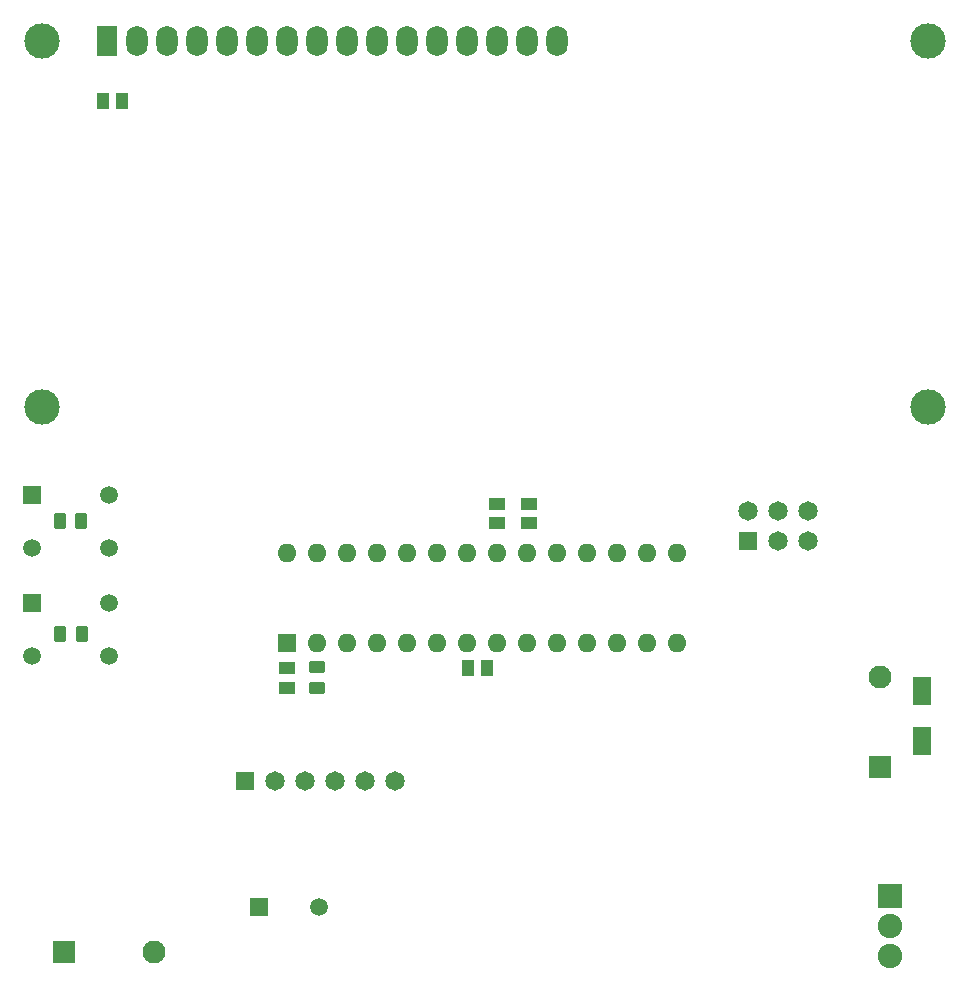
<source format=gbr>
%TF.GenerationSoftware,KiCad,Pcbnew,7.0.8*%
%TF.CreationDate,2023-10-09T21:05:16-03:00*%
%TF.ProjectId,PlacaTeste_Sillion,506c6163-6154-4657-9374-655f53696c6c,r1.0*%
%TF.SameCoordinates,Original*%
%TF.FileFunction,Soldermask,Bot*%
%TF.FilePolarity,Negative*%
%FSLAX46Y46*%
G04 Gerber Fmt 4.6, Leading zero omitted, Abs format (unit mm)*
G04 Created by KiCad (PCBNEW 7.0.8) date 2023-10-09 21:05:16*
%MOMM*%
%LPD*%
G01*
G04 APERTURE LIST*
G04 Aperture macros list*
%AMRoundRect*
0 Rectangle with rounded corners*
0 $1 Rounding radius*
0 $2 $3 $4 $5 $6 $7 $8 $9 X,Y pos of 4 corners*
0 Add a 4 corners polygon primitive as box body*
4,1,4,$2,$3,$4,$5,$6,$7,$8,$9,$2,$3,0*
0 Add four circle primitives for the rounded corners*
1,1,$1+$1,$2,$3*
1,1,$1+$1,$4,$5*
1,1,$1+$1,$6,$7*
1,1,$1+$1,$8,$9*
0 Add four rect primitives between the rounded corners*
20,1,$1+$1,$2,$3,$4,$5,0*
20,1,$1+$1,$4,$5,$6,$7,0*
20,1,$1+$1,$6,$7,$8,$9,0*
20,1,$1+$1,$8,$9,$2,$3,0*%
G04 Aperture macros list end*
%ADD10R,1.500000X1.500000*%
%ADD11C,1.500000*%
%ADD12R,1.650000X1.650000*%
%ADD13C,1.650000*%
%ADD14R,1.950000X1.950000*%
%ADD15C,1.950000*%
%ADD16C,3.000000*%
%ADD17R,1.800000X2.600000*%
%ADD18O,1.800000X2.600000*%
%ADD19R,2.070000X2.070000*%
%ADD20C,2.070000*%
%ADD21R,1.600000X1.600000*%
%ADD22O,1.600000X1.600000*%
%ADD23RoundRect,0.250000X0.262500X0.450000X-0.262500X0.450000X-0.262500X-0.450000X0.262500X-0.450000X0*%
%ADD24R,1.470000X0.990000*%
%ADD25R,0.990000X1.470000*%
%ADD26R,1.550000X2.350000*%
%ADD27RoundRect,0.250000X-0.450000X0.262500X-0.450000X-0.262500X0.450000X-0.262500X0.450000X0.262500X0*%
G04 APERTURE END LIST*
D10*
%TO.C,SW1*%
X72390000Y-85670000D03*
D11*
X78890000Y-85670000D03*
X72390000Y-90170000D03*
X78890000Y-90170000D03*
%TD*%
D12*
%TO.C,J3*%
X132969000Y-80391000D03*
D13*
X132969000Y-77851000D03*
X135509000Y-80391000D03*
X135509000Y-77851000D03*
X138049000Y-80391000D03*
X138049000Y-77851000D03*
%TD*%
D14*
%TO.C,J4*%
X144145000Y-99568000D03*
D15*
X144145000Y-91948000D03*
%TD*%
D16*
%TO.C,DS1*%
X73240900Y-38100000D03*
X73240900Y-69100700D03*
X148239480Y-69100700D03*
X148240000Y-38100000D03*
D17*
X78740000Y-38100000D03*
D18*
X81280000Y-38100000D03*
X83820000Y-38100000D03*
X86360000Y-38100000D03*
X88900000Y-38100000D03*
X91440000Y-38100000D03*
X93980000Y-38100000D03*
X96520000Y-38100000D03*
X99060000Y-38100000D03*
X101600000Y-38100000D03*
X104140000Y-38100000D03*
X106680000Y-38100000D03*
X109220000Y-38100000D03*
X111760000Y-38100000D03*
X114300000Y-38100000D03*
X116840000Y-38100000D03*
%TD*%
D14*
%TO.C,J1*%
X75057000Y-115189000D03*
D15*
X82677000Y-115189000D03*
%TD*%
D10*
%TO.C,SW2*%
X72367000Y-76526000D03*
D11*
X78867000Y-76526000D03*
X72367000Y-81026000D03*
X78867000Y-81026000D03*
%TD*%
D19*
%TO.C,Q1*%
X145034000Y-110490000D03*
D20*
X145034000Y-113030000D03*
X145034000Y-115570000D03*
%TD*%
D12*
%TO.C,J2*%
X90424000Y-100711000D03*
D13*
X92964000Y-100711000D03*
X95504000Y-100711000D03*
X98044000Y-100711000D03*
X100584000Y-100711000D03*
X103124000Y-100711000D03*
%TD*%
D10*
%TO.C,F1*%
X91567000Y-111379000D03*
D11*
X96647000Y-111379000D03*
%TD*%
D21*
%TO.C,U1*%
X93980000Y-89027000D03*
D22*
X96520000Y-89027000D03*
X99060000Y-89027000D03*
X101600000Y-89027000D03*
X104140000Y-89027000D03*
X106680000Y-89027000D03*
X109220000Y-89027000D03*
X111760000Y-89027000D03*
X114300000Y-89027000D03*
X116840000Y-89027000D03*
X119380000Y-89027000D03*
X121920000Y-89027000D03*
X124460000Y-89027000D03*
X127000000Y-89027000D03*
X127000000Y-81407000D03*
X124460000Y-81407000D03*
X121920000Y-81407000D03*
X119380000Y-81407000D03*
X116840000Y-81407000D03*
X114300000Y-81407000D03*
X111760000Y-81407000D03*
X109220000Y-81407000D03*
X106680000Y-81407000D03*
X104140000Y-81407000D03*
X101600000Y-81407000D03*
X99060000Y-81407000D03*
X96520000Y-81407000D03*
X93980000Y-81407000D03*
%TD*%
D23*
%TO.C,R6*%
X76581000Y-88265000D03*
X74756000Y-88265000D03*
%TD*%
D24*
%TO.C,C5*%
X111760000Y-78925000D03*
X111760000Y-77285000D03*
%TD*%
D25*
%TO.C,C3*%
X109289000Y-91186000D03*
X110929000Y-91186000D03*
%TD*%
D24*
%TO.C,C6*%
X93980000Y-91197000D03*
X93980000Y-92837000D03*
%TD*%
D26*
%TO.C,D1*%
X147701000Y-97391000D03*
X147701000Y-93091000D03*
%TD*%
D24*
%TO.C,C4*%
X114427000Y-78925000D03*
X114427000Y-77285000D03*
%TD*%
D27*
%TO.C,R1*%
X96520000Y-91059000D03*
X96520000Y-92884000D03*
%TD*%
D23*
%TO.C,R7*%
X76552500Y-78740000D03*
X74727500Y-78740000D03*
%TD*%
D25*
%TO.C,C2*%
X80010000Y-43180000D03*
X78370000Y-43180000D03*
%TD*%
M02*

</source>
